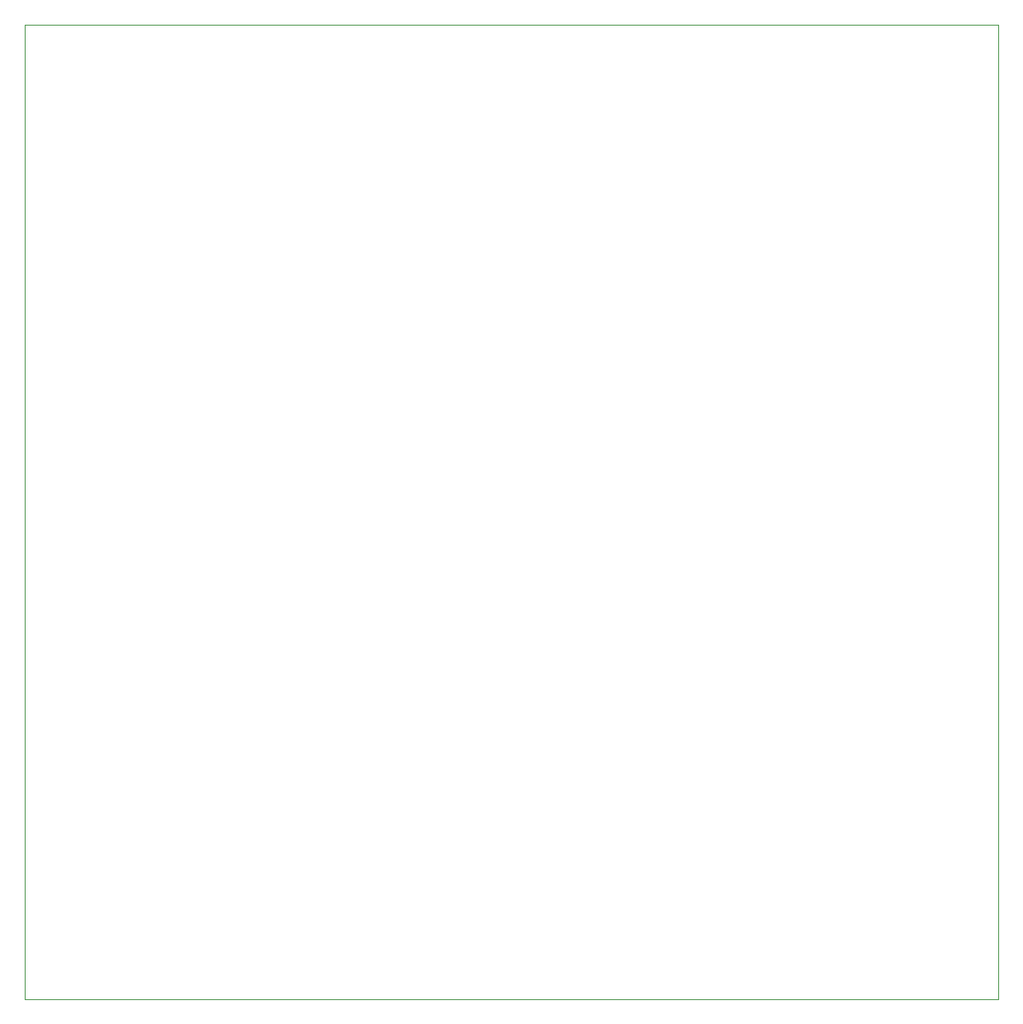
<source format=gbr>
%TF.GenerationSoftware,KiCad,Pcbnew,(5.1.6)-1*%
%TF.CreationDate,2020-09-24T11:23:12+02:00*%
%TF.ProjectId,ExtendedBoardCopy,45787465-6e64-4656-9442-6f617264436f,rev?*%
%TF.SameCoordinates,Original*%
%TF.FileFunction,Profile,NP*%
%FSLAX46Y46*%
G04 Gerber Fmt 4.6, Leading zero omitted, Abs format (unit mm)*
G04 Created by KiCad (PCBNEW (5.1.6)-1) date 2020-09-24 11:23:12*
%MOMM*%
%LPD*%
G01*
G04 APERTURE LIST*
%TA.AperFunction,Profile*%
%ADD10C,0.050000*%
%TD*%
G04 APERTURE END LIST*
D10*
X191389000Y-61277500D02*
X191389000Y-161290000D01*
X91440000Y-161290000D02*
X91440000Y-61277500D01*
X191389000Y-161290000D02*
X91440000Y-161290000D01*
X91440000Y-61277500D02*
X191389000Y-61277500D01*
M02*

</source>
